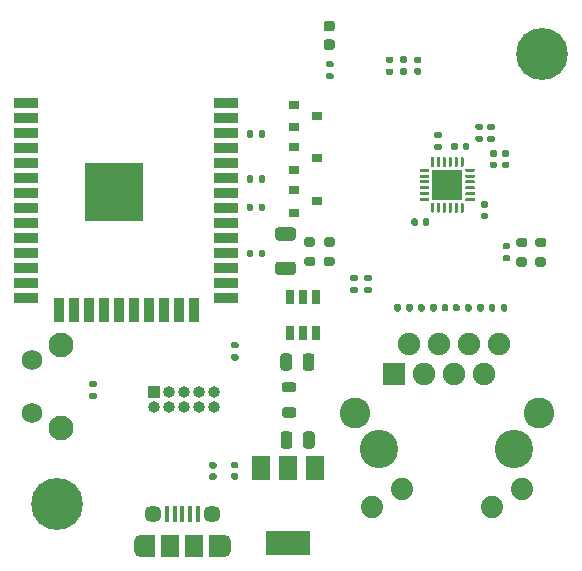
<source format=gbr>
G04 #@! TF.GenerationSoftware,KiCad,Pcbnew,(5.1.7)-1*
G04 #@! TF.CreationDate,2021-04-06T08:46:45-07:00*
G04 #@! TF.ProjectId,EsperDNS,45737065-7244-44e5-932e-6b696361645f,rev?*
G04 #@! TF.SameCoordinates,Original*
G04 #@! TF.FileFunction,Soldermask,Top*
G04 #@! TF.FilePolarity,Negative*
%FSLAX46Y46*%
G04 Gerber Fmt 4.6, Leading zero omitted, Abs format (unit mm)*
G04 Created by KiCad (PCBNEW (5.1.7)-1) date 2021-04-06 08:46:45*
%MOMM*%
%LPD*%
G01*
G04 APERTURE LIST*
%ADD10O,1.000000X1.000000*%
%ADD11R,1.000000X1.000000*%
%ADD12R,1.200000X1.900000*%
%ADD13O,1.200000X1.900000*%
%ADD14R,1.500000X1.900000*%
%ADD15C,1.450000*%
%ADD16R,0.400000X1.350000*%
%ADD17R,2.600000X2.600000*%
%ADD18R,2.000000X0.900000*%
%ADD19R,0.900000X2.000000*%
%ADD20R,5.000000X5.000000*%
%ADD21R,1.500000X2.000000*%
%ADD22R,3.800000X2.000000*%
%ADD23C,2.100000*%
%ADD24C,1.750000*%
%ADD25R,0.900000X0.800000*%
%ADD26C,3.250000*%
%ADD27C,2.600000*%
%ADD28C,1.890000*%
%ADD29C,1.900000*%
%ADD30R,1.900000X1.900000*%
%ADD31C,4.400000*%
%ADD32R,0.700000X1.300000*%
G04 APERTURE END LIST*
D10*
X-7220000Y-10770000D03*
X-7220000Y-9500000D03*
X-8490000Y-10770000D03*
X-8490000Y-9500000D03*
X-9760000Y-10770000D03*
X-9760000Y-9500000D03*
X-11030000Y-10770000D03*
X-11030000Y-9500000D03*
X-12300000Y-10770000D03*
D11*
X-12300000Y-9500000D03*
D12*
X-12850000Y-22587500D03*
X-7050000Y-22587500D03*
D13*
X-6450000Y-22587500D03*
X-13450000Y-22587500D03*
D14*
X-10950000Y-22587500D03*
D15*
X-7450000Y-19887500D03*
D16*
X-9950000Y-19887500D03*
X-9300000Y-19887500D03*
X-8650000Y-19887500D03*
X-11250000Y-19887500D03*
X-10600000Y-19887500D03*
D15*
X-12450000Y-19887500D03*
D14*
X-8950000Y-22587500D03*
G36*
G01*
X250000Y-7475000D02*
X250000Y-6525000D01*
G75*
G02*
X500000Y-6275000I250000J0D01*
G01*
X1000000Y-6275000D01*
G75*
G02*
X1250000Y-6525000I0J-250000D01*
G01*
X1250000Y-7475000D01*
G75*
G02*
X1000000Y-7725000I-250000J0D01*
G01*
X500000Y-7725000D01*
G75*
G02*
X250000Y-7475000I0J250000D01*
G01*
G37*
G36*
G01*
X-1650000Y-7475000D02*
X-1650000Y-6525000D01*
G75*
G02*
X-1400000Y-6275000I250000J0D01*
G01*
X-900000Y-6275000D01*
G75*
G02*
X-650000Y-6525000I0J-250000D01*
G01*
X-650000Y-7475000D01*
G75*
G02*
X-900000Y-7725000I-250000J0D01*
G01*
X-1400000Y-7725000D01*
G75*
G02*
X-1650000Y-7475000I0J250000D01*
G01*
G37*
G36*
G01*
X275000Y-14075000D02*
X275000Y-13125000D01*
G75*
G02*
X525000Y-12875000I250000J0D01*
G01*
X1025000Y-12875000D01*
G75*
G02*
X1275000Y-13125000I0J-250000D01*
G01*
X1275000Y-14075000D01*
G75*
G02*
X1025000Y-14325000I-250000J0D01*
G01*
X525000Y-14325000D01*
G75*
G02*
X275000Y-14075000I0J250000D01*
G01*
G37*
G36*
G01*
X-1625000Y-14075000D02*
X-1625000Y-13125000D01*
G75*
G02*
X-1375000Y-12875000I250000J0D01*
G01*
X-875000Y-12875000D01*
G75*
G02*
X-625000Y-13125000I0J-250000D01*
G01*
X-625000Y-14075000D01*
G75*
G02*
X-875000Y-14325000I-250000J0D01*
G01*
X-1375000Y-14325000D01*
G75*
G02*
X-1625000Y-14075000I0J250000D01*
G01*
G37*
G36*
G01*
X19075000Y2735000D02*
X18525000Y2735000D01*
G75*
G02*
X18325000Y2935000I0J200000D01*
G01*
X18325000Y3335000D01*
G75*
G02*
X18525000Y3535000I200000J0D01*
G01*
X19075000Y3535000D01*
G75*
G02*
X19275000Y3335000I0J-200000D01*
G01*
X19275000Y2935000D01*
G75*
G02*
X19075000Y2735000I-200000J0D01*
G01*
G37*
G36*
G01*
X19075000Y1085000D02*
X18525000Y1085000D01*
G75*
G02*
X18325000Y1285000I0J200000D01*
G01*
X18325000Y1685000D01*
G75*
G02*
X18525000Y1885000I200000J0D01*
G01*
X19075000Y1885000D01*
G75*
G02*
X19275000Y1685000I0J-200000D01*
G01*
X19275000Y1285000D01*
G75*
G02*
X19075000Y1085000I-200000J0D01*
G01*
G37*
G36*
G01*
X20125000Y1875000D02*
X20675000Y1875000D01*
G75*
G02*
X20875000Y1675000I0J-200000D01*
G01*
X20875000Y1275000D01*
G75*
G02*
X20675000Y1075000I-200000J0D01*
G01*
X20125000Y1075000D01*
G75*
G02*
X19925000Y1275000I0J200000D01*
G01*
X19925000Y1675000D01*
G75*
G02*
X20125000Y1875000I200000J0D01*
G01*
G37*
G36*
G01*
X20125000Y3525000D02*
X20675000Y3525000D01*
G75*
G02*
X20875000Y3325000I0J-200000D01*
G01*
X20875000Y2925000D01*
G75*
G02*
X20675000Y2725000I-200000J0D01*
G01*
X20125000Y2725000D01*
G75*
G02*
X19925000Y2925000I0J200000D01*
G01*
X19925000Y3325000D01*
G75*
G02*
X20125000Y3525000I200000J0D01*
G01*
G37*
G36*
G01*
X-1281250Y-10825000D02*
X-518750Y-10825000D01*
G75*
G02*
X-300000Y-11043750I0J-218750D01*
G01*
X-300000Y-11481250D01*
G75*
G02*
X-518750Y-11700000I-218750J0D01*
G01*
X-1281250Y-11700000D01*
G75*
G02*
X-1500000Y-11481250I0J218750D01*
G01*
X-1500000Y-11043750D01*
G75*
G02*
X-1281250Y-10825000I218750J0D01*
G01*
G37*
G36*
G01*
X-1281250Y-8700000D02*
X-518750Y-8700000D01*
G75*
G02*
X-300000Y-8918750I0J-218750D01*
G01*
X-300000Y-9356250D01*
G75*
G02*
X-518750Y-9575000I-218750J0D01*
G01*
X-1281250Y-9575000D01*
G75*
G02*
X-1500000Y-9356250I0J218750D01*
G01*
X-1500000Y-8918750D01*
G75*
G02*
X-1281250Y-8700000I218750J0D01*
G01*
G37*
G36*
G01*
X-3940000Y2385000D02*
X-3940000Y2015000D01*
G75*
G02*
X-4075000Y1880000I-135000J0D01*
G01*
X-4345000Y1880000D01*
G75*
G02*
X-4480000Y2015000I0J135000D01*
G01*
X-4480000Y2385000D01*
G75*
G02*
X-4345000Y2520000I135000J0D01*
G01*
X-4075000Y2520000D01*
G75*
G02*
X-3940000Y2385000I0J-135000D01*
G01*
G37*
G36*
G01*
X-2920000Y2385000D02*
X-2920000Y2015000D01*
G75*
G02*
X-3055000Y1880000I-135000J0D01*
G01*
X-3325000Y1880000D01*
G75*
G02*
X-3460000Y2015000I0J135000D01*
G01*
X-3460000Y2385000D01*
G75*
G02*
X-3325000Y2520000I135000J0D01*
G01*
X-3055000Y2520000D01*
G75*
G02*
X-2920000Y2385000I0J-135000D01*
G01*
G37*
D17*
X12500000Y8000000D03*
G36*
G01*
X13875000Y6412500D02*
X13875000Y5712500D01*
G75*
G02*
X13812500Y5650000I-62500J0D01*
G01*
X13687500Y5650000D01*
G75*
G02*
X13625000Y5712500I0J62500D01*
G01*
X13625000Y6412500D01*
G75*
G02*
X13687500Y6475000I62500J0D01*
G01*
X13812500Y6475000D01*
G75*
G02*
X13875000Y6412500I0J-62500D01*
G01*
G37*
G36*
G01*
X13375000Y6412500D02*
X13375000Y5712500D01*
G75*
G02*
X13312500Y5650000I-62500J0D01*
G01*
X13187500Y5650000D01*
G75*
G02*
X13125000Y5712500I0J62500D01*
G01*
X13125000Y6412500D01*
G75*
G02*
X13187500Y6475000I62500J0D01*
G01*
X13312500Y6475000D01*
G75*
G02*
X13375000Y6412500I0J-62500D01*
G01*
G37*
G36*
G01*
X12875000Y6412500D02*
X12875000Y5712500D01*
G75*
G02*
X12812500Y5650000I-62500J0D01*
G01*
X12687500Y5650000D01*
G75*
G02*
X12625000Y5712500I0J62500D01*
G01*
X12625000Y6412500D01*
G75*
G02*
X12687500Y6475000I62500J0D01*
G01*
X12812500Y6475000D01*
G75*
G02*
X12875000Y6412500I0J-62500D01*
G01*
G37*
G36*
G01*
X12375000Y6412500D02*
X12375000Y5712500D01*
G75*
G02*
X12312500Y5650000I-62500J0D01*
G01*
X12187500Y5650000D01*
G75*
G02*
X12125000Y5712500I0J62500D01*
G01*
X12125000Y6412500D01*
G75*
G02*
X12187500Y6475000I62500J0D01*
G01*
X12312500Y6475000D01*
G75*
G02*
X12375000Y6412500I0J-62500D01*
G01*
G37*
G36*
G01*
X11875000Y6412500D02*
X11875000Y5712500D01*
G75*
G02*
X11812500Y5650000I-62500J0D01*
G01*
X11687500Y5650000D01*
G75*
G02*
X11625000Y5712500I0J62500D01*
G01*
X11625000Y6412500D01*
G75*
G02*
X11687500Y6475000I62500J0D01*
G01*
X11812500Y6475000D01*
G75*
G02*
X11875000Y6412500I0J-62500D01*
G01*
G37*
G36*
G01*
X11375000Y6412500D02*
X11375000Y5712500D01*
G75*
G02*
X11312500Y5650000I-62500J0D01*
G01*
X11187500Y5650000D01*
G75*
G02*
X11125000Y5712500I0J62500D01*
G01*
X11125000Y6412500D01*
G75*
G02*
X11187500Y6475000I62500J0D01*
G01*
X11312500Y6475000D01*
G75*
G02*
X11375000Y6412500I0J-62500D01*
G01*
G37*
G36*
G01*
X10975000Y6812500D02*
X10975000Y6687500D01*
G75*
G02*
X10912500Y6625000I-62500J0D01*
G01*
X10212500Y6625000D01*
G75*
G02*
X10150000Y6687500I0J62500D01*
G01*
X10150000Y6812500D01*
G75*
G02*
X10212500Y6875000I62500J0D01*
G01*
X10912500Y6875000D01*
G75*
G02*
X10975000Y6812500I0J-62500D01*
G01*
G37*
G36*
G01*
X10975000Y7312500D02*
X10975000Y7187500D01*
G75*
G02*
X10912500Y7125000I-62500J0D01*
G01*
X10212500Y7125000D01*
G75*
G02*
X10150000Y7187500I0J62500D01*
G01*
X10150000Y7312500D01*
G75*
G02*
X10212500Y7375000I62500J0D01*
G01*
X10912500Y7375000D01*
G75*
G02*
X10975000Y7312500I0J-62500D01*
G01*
G37*
G36*
G01*
X10975000Y7812500D02*
X10975000Y7687500D01*
G75*
G02*
X10912500Y7625000I-62500J0D01*
G01*
X10212500Y7625000D01*
G75*
G02*
X10150000Y7687500I0J62500D01*
G01*
X10150000Y7812500D01*
G75*
G02*
X10212500Y7875000I62500J0D01*
G01*
X10912500Y7875000D01*
G75*
G02*
X10975000Y7812500I0J-62500D01*
G01*
G37*
G36*
G01*
X10975000Y8312500D02*
X10975000Y8187500D01*
G75*
G02*
X10912500Y8125000I-62500J0D01*
G01*
X10212500Y8125000D01*
G75*
G02*
X10150000Y8187500I0J62500D01*
G01*
X10150000Y8312500D01*
G75*
G02*
X10212500Y8375000I62500J0D01*
G01*
X10912500Y8375000D01*
G75*
G02*
X10975000Y8312500I0J-62500D01*
G01*
G37*
G36*
G01*
X10975000Y8812500D02*
X10975000Y8687500D01*
G75*
G02*
X10912500Y8625000I-62500J0D01*
G01*
X10212500Y8625000D01*
G75*
G02*
X10150000Y8687500I0J62500D01*
G01*
X10150000Y8812500D01*
G75*
G02*
X10212500Y8875000I62500J0D01*
G01*
X10912500Y8875000D01*
G75*
G02*
X10975000Y8812500I0J-62500D01*
G01*
G37*
G36*
G01*
X10975000Y9312500D02*
X10975000Y9187500D01*
G75*
G02*
X10912500Y9125000I-62500J0D01*
G01*
X10212500Y9125000D01*
G75*
G02*
X10150000Y9187500I0J62500D01*
G01*
X10150000Y9312500D01*
G75*
G02*
X10212500Y9375000I62500J0D01*
G01*
X10912500Y9375000D01*
G75*
G02*
X10975000Y9312500I0J-62500D01*
G01*
G37*
G36*
G01*
X11375000Y10287500D02*
X11375000Y9587500D01*
G75*
G02*
X11312500Y9525000I-62500J0D01*
G01*
X11187500Y9525000D01*
G75*
G02*
X11125000Y9587500I0J62500D01*
G01*
X11125000Y10287500D01*
G75*
G02*
X11187500Y10350000I62500J0D01*
G01*
X11312500Y10350000D01*
G75*
G02*
X11375000Y10287500I0J-62500D01*
G01*
G37*
G36*
G01*
X11875000Y10287500D02*
X11875000Y9587500D01*
G75*
G02*
X11812500Y9525000I-62500J0D01*
G01*
X11687500Y9525000D01*
G75*
G02*
X11625000Y9587500I0J62500D01*
G01*
X11625000Y10287500D01*
G75*
G02*
X11687500Y10350000I62500J0D01*
G01*
X11812500Y10350000D01*
G75*
G02*
X11875000Y10287500I0J-62500D01*
G01*
G37*
G36*
G01*
X12375000Y10287500D02*
X12375000Y9587500D01*
G75*
G02*
X12312500Y9525000I-62500J0D01*
G01*
X12187500Y9525000D01*
G75*
G02*
X12125000Y9587500I0J62500D01*
G01*
X12125000Y10287500D01*
G75*
G02*
X12187500Y10350000I62500J0D01*
G01*
X12312500Y10350000D01*
G75*
G02*
X12375000Y10287500I0J-62500D01*
G01*
G37*
G36*
G01*
X12875000Y10287500D02*
X12875000Y9587500D01*
G75*
G02*
X12812500Y9525000I-62500J0D01*
G01*
X12687500Y9525000D01*
G75*
G02*
X12625000Y9587500I0J62500D01*
G01*
X12625000Y10287500D01*
G75*
G02*
X12687500Y10350000I62500J0D01*
G01*
X12812500Y10350000D01*
G75*
G02*
X12875000Y10287500I0J-62500D01*
G01*
G37*
G36*
G01*
X13375000Y10287500D02*
X13375000Y9587500D01*
G75*
G02*
X13312500Y9525000I-62500J0D01*
G01*
X13187500Y9525000D01*
G75*
G02*
X13125000Y9587500I0J62500D01*
G01*
X13125000Y10287500D01*
G75*
G02*
X13187500Y10350000I62500J0D01*
G01*
X13312500Y10350000D01*
G75*
G02*
X13375000Y10287500I0J-62500D01*
G01*
G37*
G36*
G01*
X13875000Y10287500D02*
X13875000Y9587500D01*
G75*
G02*
X13812500Y9525000I-62500J0D01*
G01*
X13687500Y9525000D01*
G75*
G02*
X13625000Y9587500I0J62500D01*
G01*
X13625000Y10287500D01*
G75*
G02*
X13687500Y10350000I62500J0D01*
G01*
X13812500Y10350000D01*
G75*
G02*
X13875000Y10287500I0J-62500D01*
G01*
G37*
G36*
G01*
X14850000Y9312500D02*
X14850000Y9187500D01*
G75*
G02*
X14787500Y9125000I-62500J0D01*
G01*
X14087500Y9125000D01*
G75*
G02*
X14025000Y9187500I0J62500D01*
G01*
X14025000Y9312500D01*
G75*
G02*
X14087500Y9375000I62500J0D01*
G01*
X14787500Y9375000D01*
G75*
G02*
X14850000Y9312500I0J-62500D01*
G01*
G37*
G36*
G01*
X14850000Y8812500D02*
X14850000Y8687500D01*
G75*
G02*
X14787500Y8625000I-62500J0D01*
G01*
X14087500Y8625000D01*
G75*
G02*
X14025000Y8687500I0J62500D01*
G01*
X14025000Y8812500D01*
G75*
G02*
X14087500Y8875000I62500J0D01*
G01*
X14787500Y8875000D01*
G75*
G02*
X14850000Y8812500I0J-62500D01*
G01*
G37*
G36*
G01*
X14850000Y8312500D02*
X14850000Y8187500D01*
G75*
G02*
X14787500Y8125000I-62500J0D01*
G01*
X14087500Y8125000D01*
G75*
G02*
X14025000Y8187500I0J62500D01*
G01*
X14025000Y8312500D01*
G75*
G02*
X14087500Y8375000I62500J0D01*
G01*
X14787500Y8375000D01*
G75*
G02*
X14850000Y8312500I0J-62500D01*
G01*
G37*
G36*
G01*
X14850000Y7812500D02*
X14850000Y7687500D01*
G75*
G02*
X14787500Y7625000I-62500J0D01*
G01*
X14087500Y7625000D01*
G75*
G02*
X14025000Y7687500I0J62500D01*
G01*
X14025000Y7812500D01*
G75*
G02*
X14087500Y7875000I62500J0D01*
G01*
X14787500Y7875000D01*
G75*
G02*
X14850000Y7812500I0J-62500D01*
G01*
G37*
G36*
G01*
X14850000Y7312500D02*
X14850000Y7187500D01*
G75*
G02*
X14787500Y7125000I-62500J0D01*
G01*
X14087500Y7125000D01*
G75*
G02*
X14025000Y7187500I0J62500D01*
G01*
X14025000Y7312500D01*
G75*
G02*
X14087500Y7375000I62500J0D01*
G01*
X14787500Y7375000D01*
G75*
G02*
X14850000Y7312500I0J-62500D01*
G01*
G37*
G36*
G01*
X14850000Y6812500D02*
X14850000Y6687500D01*
G75*
G02*
X14787500Y6625000I-62500J0D01*
G01*
X14087500Y6625000D01*
G75*
G02*
X14025000Y6687500I0J62500D01*
G01*
X14025000Y6812500D01*
G75*
G02*
X14087500Y6875000I62500J0D01*
G01*
X14787500Y6875000D01*
G75*
G02*
X14850000Y6812500I0J-62500D01*
G01*
G37*
D18*
X-6200000Y14900000D03*
X-6200000Y13630000D03*
X-6200000Y12360000D03*
X-6200000Y11090000D03*
X-6200000Y9820000D03*
X-6200000Y8550000D03*
X-6200000Y7280000D03*
X-6200000Y6010000D03*
X-6200000Y4740000D03*
X-6200000Y3470000D03*
X-6200000Y2200000D03*
X-6200000Y930000D03*
X-6200000Y-340000D03*
X-6200000Y-1610000D03*
D19*
X-8985000Y-2610000D03*
X-10255000Y-2610000D03*
X-11525000Y-2610000D03*
X-12795000Y-2610000D03*
X-14065000Y-2610000D03*
X-15335000Y-2610000D03*
X-16605000Y-2610000D03*
X-17875000Y-2610000D03*
X-19145000Y-2610000D03*
X-20415000Y-2610000D03*
D18*
X-23200000Y-1610000D03*
X-23200000Y-340000D03*
X-23200000Y930000D03*
X-23200000Y2200000D03*
X-23200000Y3470000D03*
X-23200000Y4740000D03*
X-23200000Y6010000D03*
X-23200000Y7280000D03*
X-23200000Y8550000D03*
X-23200000Y9820000D03*
X-23200000Y11090000D03*
X-23200000Y12360000D03*
X-23200000Y13630000D03*
X-23200000Y14900000D03*
D20*
X-15700000Y7400000D03*
D21*
X1300000Y-16000000D03*
X-3300000Y-16000000D03*
X-1000000Y-16000000D03*
D22*
X-1000000Y-22300000D03*
D23*
X-20210000Y-12550000D03*
D24*
X-22700000Y-11300000D03*
X-22700000Y-6800000D03*
D23*
X-20210000Y-5540000D03*
G36*
G01*
X8985000Y18340000D02*
X8615000Y18340000D01*
G75*
G02*
X8480000Y18475000I0J135000D01*
G01*
X8480000Y18745000D01*
G75*
G02*
X8615000Y18880000I135000J0D01*
G01*
X8985000Y18880000D01*
G75*
G02*
X9120000Y18745000I0J-135000D01*
G01*
X9120000Y18475000D01*
G75*
G02*
X8985000Y18340000I-135000J0D01*
G01*
G37*
G36*
G01*
X8985000Y17320000D02*
X8615000Y17320000D01*
G75*
G02*
X8480000Y17455000I0J135000D01*
G01*
X8480000Y17725000D01*
G75*
G02*
X8615000Y17860000I135000J0D01*
G01*
X8985000Y17860000D01*
G75*
G02*
X9120000Y17725000I0J-135000D01*
G01*
X9120000Y17455000D01*
G75*
G02*
X8985000Y17320000I-135000J0D01*
G01*
G37*
G36*
G01*
X17315000Y2060000D02*
X17685000Y2060000D01*
G75*
G02*
X17820000Y1925000I0J-135000D01*
G01*
X17820000Y1655000D01*
G75*
G02*
X17685000Y1520000I-135000J0D01*
G01*
X17315000Y1520000D01*
G75*
G02*
X17180000Y1655000I0J135000D01*
G01*
X17180000Y1925000D01*
G75*
G02*
X17315000Y2060000I135000J0D01*
G01*
G37*
G36*
G01*
X17315000Y3080000D02*
X17685000Y3080000D01*
G75*
G02*
X17820000Y2945000I0J-135000D01*
G01*
X17820000Y2675000D01*
G75*
G02*
X17685000Y2540000I-135000J0D01*
G01*
X17315000Y2540000D01*
G75*
G02*
X17180000Y2675000I0J135000D01*
G01*
X17180000Y2945000D01*
G75*
G02*
X17315000Y3080000I135000J0D01*
G01*
G37*
G36*
G01*
X11885000Y11950000D02*
X11515000Y11950000D01*
G75*
G02*
X11380000Y12085000I0J135000D01*
G01*
X11380000Y12355000D01*
G75*
G02*
X11515000Y12490000I135000J0D01*
G01*
X11885000Y12490000D01*
G75*
G02*
X12020000Y12355000I0J-135000D01*
G01*
X12020000Y12085000D01*
G75*
G02*
X11885000Y11950000I-135000J0D01*
G01*
G37*
G36*
G01*
X11885000Y10930000D02*
X11515000Y10930000D01*
G75*
G02*
X11380000Y11065000I0J135000D01*
G01*
X11380000Y11335000D01*
G75*
G02*
X11515000Y11470000I135000J0D01*
G01*
X11885000Y11470000D01*
G75*
G02*
X12020000Y11335000I0J-135000D01*
G01*
X12020000Y11065000D01*
G75*
G02*
X11885000Y10930000I-135000J0D01*
G01*
G37*
G36*
G01*
X16385000Y12650000D02*
X16015000Y12650000D01*
G75*
G02*
X15880000Y12785000I0J135000D01*
G01*
X15880000Y13055000D01*
G75*
G02*
X16015000Y13190000I135000J0D01*
G01*
X16385000Y13190000D01*
G75*
G02*
X16520000Y13055000I0J-135000D01*
G01*
X16520000Y12785000D01*
G75*
G02*
X16385000Y12650000I-135000J0D01*
G01*
G37*
G36*
G01*
X16385000Y11630000D02*
X16015000Y11630000D01*
G75*
G02*
X15880000Y11765000I0J135000D01*
G01*
X15880000Y12035000D01*
G75*
G02*
X16015000Y12170000I135000J0D01*
G01*
X16385000Y12170000D01*
G75*
G02*
X16520000Y12035000I0J-135000D01*
G01*
X16520000Y11765000D01*
G75*
G02*
X16385000Y11630000I-135000J0D01*
G01*
G37*
G36*
G01*
X15385000Y12650000D02*
X15015000Y12650000D01*
G75*
G02*
X14880000Y12785000I0J135000D01*
G01*
X14880000Y13055000D01*
G75*
G02*
X15015000Y13190000I135000J0D01*
G01*
X15385000Y13190000D01*
G75*
G02*
X15520000Y13055000I0J-135000D01*
G01*
X15520000Y12785000D01*
G75*
G02*
X15385000Y12650000I-135000J0D01*
G01*
G37*
G36*
G01*
X15385000Y11630000D02*
X15015000Y11630000D01*
G75*
G02*
X14880000Y11765000I0J135000D01*
G01*
X14880000Y12035000D01*
G75*
G02*
X15015000Y12170000I135000J0D01*
G01*
X15385000Y12170000D01*
G75*
G02*
X15520000Y12035000I0J-135000D01*
G01*
X15520000Y11765000D01*
G75*
G02*
X15385000Y11630000I-135000J0D01*
G01*
G37*
G36*
G01*
X15030000Y-2585000D02*
X15030000Y-2215000D01*
G75*
G02*
X15165000Y-2080000I135000J0D01*
G01*
X15435000Y-2080000D01*
G75*
G02*
X15570000Y-2215000I0J-135000D01*
G01*
X15570000Y-2585000D01*
G75*
G02*
X15435000Y-2720000I-135000J0D01*
G01*
X15165000Y-2720000D01*
G75*
G02*
X15030000Y-2585000I0J135000D01*
G01*
G37*
G36*
G01*
X14010000Y-2585000D02*
X14010000Y-2215000D01*
G75*
G02*
X14145000Y-2080000I135000J0D01*
G01*
X14415000Y-2080000D01*
G75*
G02*
X14550000Y-2215000I0J-135000D01*
G01*
X14550000Y-2585000D01*
G75*
G02*
X14415000Y-2720000I-135000J0D01*
G01*
X14145000Y-2720000D01*
G75*
G02*
X14010000Y-2585000I0J135000D01*
G01*
G37*
G36*
G01*
X16570000Y-2215000D02*
X16570000Y-2585000D01*
G75*
G02*
X16435000Y-2720000I-135000J0D01*
G01*
X16165000Y-2720000D01*
G75*
G02*
X16030000Y-2585000I0J135000D01*
G01*
X16030000Y-2215000D01*
G75*
G02*
X16165000Y-2080000I135000J0D01*
G01*
X16435000Y-2080000D01*
G75*
G02*
X16570000Y-2215000I0J-135000D01*
G01*
G37*
G36*
G01*
X17590000Y-2215000D02*
X17590000Y-2585000D01*
G75*
G02*
X17455000Y-2720000I-135000J0D01*
G01*
X17185000Y-2720000D01*
G75*
G02*
X17050000Y-2585000I0J135000D01*
G01*
X17050000Y-2215000D01*
G75*
G02*
X17185000Y-2080000I135000J0D01*
G01*
X17455000Y-2080000D01*
G75*
G02*
X17590000Y-2215000I0J-135000D01*
G01*
G37*
G36*
G01*
X9030000Y-2585000D02*
X9030000Y-2215000D01*
G75*
G02*
X9165000Y-2080000I135000J0D01*
G01*
X9435000Y-2080000D01*
G75*
G02*
X9570000Y-2215000I0J-135000D01*
G01*
X9570000Y-2585000D01*
G75*
G02*
X9435000Y-2720000I-135000J0D01*
G01*
X9165000Y-2720000D01*
G75*
G02*
X9030000Y-2585000I0J135000D01*
G01*
G37*
G36*
G01*
X8010000Y-2585000D02*
X8010000Y-2215000D01*
G75*
G02*
X8145000Y-2080000I135000J0D01*
G01*
X8415000Y-2080000D01*
G75*
G02*
X8550000Y-2215000I0J-135000D01*
G01*
X8550000Y-2585000D01*
G75*
G02*
X8415000Y-2720000I-135000J0D01*
G01*
X8145000Y-2720000D01*
G75*
G02*
X8010000Y-2585000I0J135000D01*
G01*
G37*
G36*
G01*
X10570000Y-2215000D02*
X10570000Y-2585000D01*
G75*
G02*
X10435000Y-2720000I-135000J0D01*
G01*
X10165000Y-2720000D01*
G75*
G02*
X10030000Y-2585000I0J135000D01*
G01*
X10030000Y-2215000D01*
G75*
G02*
X10165000Y-2080000I135000J0D01*
G01*
X10435000Y-2080000D01*
G75*
G02*
X10570000Y-2215000I0J-135000D01*
G01*
G37*
G36*
G01*
X11590000Y-2215000D02*
X11590000Y-2585000D01*
G75*
G02*
X11455000Y-2720000I-135000J0D01*
G01*
X11185000Y-2720000D01*
G75*
G02*
X11050000Y-2585000I0J135000D01*
G01*
X11050000Y-2215000D01*
G75*
G02*
X11185000Y-2080000I135000J0D01*
G01*
X11455000Y-2080000D01*
G75*
G02*
X11590000Y-2215000I0J-135000D01*
G01*
G37*
G36*
G01*
X4785000Y-170000D02*
X4415000Y-170000D01*
G75*
G02*
X4280000Y-35000I0J135000D01*
G01*
X4280000Y235000D01*
G75*
G02*
X4415000Y370000I135000J0D01*
G01*
X4785000Y370000D01*
G75*
G02*
X4920000Y235000I0J-135000D01*
G01*
X4920000Y-35000D01*
G75*
G02*
X4785000Y-170000I-135000J0D01*
G01*
G37*
G36*
G01*
X4785000Y-1190000D02*
X4415000Y-1190000D01*
G75*
G02*
X4280000Y-1055000I0J135000D01*
G01*
X4280000Y-785000D01*
G75*
G02*
X4415000Y-650000I135000J0D01*
G01*
X4785000Y-650000D01*
G75*
G02*
X4920000Y-785000I0J-135000D01*
G01*
X4920000Y-1055000D01*
G75*
G02*
X4785000Y-1190000I-135000J0D01*
G01*
G37*
G36*
G01*
X5985000Y-160000D02*
X5615000Y-160000D01*
G75*
G02*
X5480000Y-25000I0J135000D01*
G01*
X5480000Y245000D01*
G75*
G02*
X5615000Y380000I135000J0D01*
G01*
X5985000Y380000D01*
G75*
G02*
X6120000Y245000I0J-135000D01*
G01*
X6120000Y-25000D01*
G75*
G02*
X5985000Y-160000I-135000J0D01*
G01*
G37*
G36*
G01*
X5985000Y-1180000D02*
X5615000Y-1180000D01*
G75*
G02*
X5480000Y-1045000I0J135000D01*
G01*
X5480000Y-775000D01*
G75*
G02*
X5615000Y-640000I135000J0D01*
G01*
X5985000Y-640000D01*
G75*
G02*
X6120000Y-775000I0J-135000D01*
G01*
X6120000Y-1045000D01*
G75*
G02*
X5985000Y-1180000I-135000J0D01*
G01*
G37*
G36*
G01*
X7415000Y17850000D02*
X7785000Y17850000D01*
G75*
G02*
X7920000Y17715000I0J-135000D01*
G01*
X7920000Y17445000D01*
G75*
G02*
X7785000Y17310000I-135000J0D01*
G01*
X7415000Y17310000D01*
G75*
G02*
X7280000Y17445000I0J135000D01*
G01*
X7280000Y17715000D01*
G75*
G02*
X7415000Y17850000I135000J0D01*
G01*
G37*
G36*
G01*
X7415000Y18870000D02*
X7785000Y18870000D01*
G75*
G02*
X7920000Y18735000I0J-135000D01*
G01*
X7920000Y18465000D01*
G75*
G02*
X7785000Y18330000I-135000J0D01*
G01*
X7415000Y18330000D01*
G75*
G02*
X7280000Y18465000I0J135000D01*
G01*
X7280000Y18735000D01*
G75*
G02*
X7415000Y18870000I135000J0D01*
G01*
G37*
G36*
G01*
X-3470000Y12115000D02*
X-3470000Y12485000D01*
G75*
G02*
X-3335000Y12620000I135000J0D01*
G01*
X-3065000Y12620000D01*
G75*
G02*
X-2930000Y12485000I0J-135000D01*
G01*
X-2930000Y12115000D01*
G75*
G02*
X-3065000Y11980000I-135000J0D01*
G01*
X-3335000Y11980000D01*
G75*
G02*
X-3470000Y12115000I0J135000D01*
G01*
G37*
G36*
G01*
X-4490000Y12115000D02*
X-4490000Y12485000D01*
G75*
G02*
X-4355000Y12620000I135000J0D01*
G01*
X-4085000Y12620000D01*
G75*
G02*
X-3950000Y12485000I0J-135000D01*
G01*
X-3950000Y12115000D01*
G75*
G02*
X-4085000Y11980000I-135000J0D01*
G01*
X-4355000Y11980000D01*
G75*
G02*
X-4490000Y12115000I0J135000D01*
G01*
G37*
G36*
G01*
X-17315000Y-9110000D02*
X-17685000Y-9110000D01*
G75*
G02*
X-17820000Y-8975000I0J135000D01*
G01*
X-17820000Y-8705000D01*
G75*
G02*
X-17685000Y-8570000I135000J0D01*
G01*
X-17315000Y-8570000D01*
G75*
G02*
X-17180000Y-8705000I0J-135000D01*
G01*
X-17180000Y-8975000D01*
G75*
G02*
X-17315000Y-9110000I-135000J0D01*
G01*
G37*
G36*
G01*
X-17315000Y-10130000D02*
X-17685000Y-10130000D01*
G75*
G02*
X-17820000Y-9995000I0J135000D01*
G01*
X-17820000Y-9725000D01*
G75*
G02*
X-17685000Y-9590000I135000J0D01*
G01*
X-17315000Y-9590000D01*
G75*
G02*
X-17180000Y-9725000I0J-135000D01*
G01*
X-17180000Y-9995000D01*
G75*
G02*
X-17315000Y-10130000I-135000J0D01*
G01*
G37*
G36*
G01*
X-3460000Y8315000D02*
X-3460000Y8685000D01*
G75*
G02*
X-3325000Y8820000I135000J0D01*
G01*
X-3055000Y8820000D01*
G75*
G02*
X-2920000Y8685000I0J-135000D01*
G01*
X-2920000Y8315000D01*
G75*
G02*
X-3055000Y8180000I-135000J0D01*
G01*
X-3325000Y8180000D01*
G75*
G02*
X-3460000Y8315000I0J135000D01*
G01*
G37*
G36*
G01*
X-4480000Y8315000D02*
X-4480000Y8685000D01*
G75*
G02*
X-4345000Y8820000I135000J0D01*
G01*
X-4075000Y8820000D01*
G75*
G02*
X-3940000Y8685000I0J-135000D01*
G01*
X-3940000Y8315000D01*
G75*
G02*
X-4075000Y8180000I-135000J0D01*
G01*
X-4345000Y8180000D01*
G75*
G02*
X-4480000Y8315000I0J135000D01*
G01*
G37*
G36*
G01*
X-3470000Y5915000D02*
X-3470000Y6285000D01*
G75*
G02*
X-3335000Y6420000I135000J0D01*
G01*
X-3065000Y6420000D01*
G75*
G02*
X-2930000Y6285000I0J-135000D01*
G01*
X-2930000Y5915000D01*
G75*
G02*
X-3065000Y5780000I-135000J0D01*
G01*
X-3335000Y5780000D01*
G75*
G02*
X-3470000Y5915000I0J135000D01*
G01*
G37*
G36*
G01*
X-4490000Y5915000D02*
X-4490000Y6285000D01*
G75*
G02*
X-4355000Y6420000I135000J0D01*
G01*
X-4085000Y6420000D01*
G75*
G02*
X-3950000Y6285000I0J-135000D01*
G01*
X-3950000Y5915000D01*
G75*
G02*
X-4085000Y5780000I-135000J0D01*
G01*
X-4355000Y5780000D01*
G75*
G02*
X-4490000Y5915000I0J135000D01*
G01*
G37*
G36*
G01*
X-574998Y3287500D02*
X-1825002Y3287500D01*
G75*
G02*
X-2075000Y3537498I0J249998D01*
G01*
X-2075000Y4162502D01*
G75*
G02*
X-1825002Y4412500I249998J0D01*
G01*
X-574998Y4412500D01*
G75*
G02*
X-325000Y4162502I0J-249998D01*
G01*
X-325000Y3537498D01*
G75*
G02*
X-574998Y3287500I-249998J0D01*
G01*
G37*
G36*
G01*
X-574998Y362500D02*
X-1825002Y362500D01*
G75*
G02*
X-2075000Y612498I0J249998D01*
G01*
X-2075000Y1237502D01*
G75*
G02*
X-1825002Y1487500I249998J0D01*
G01*
X-574998Y1487500D01*
G75*
G02*
X-325000Y1237502I0J-249998D01*
G01*
X-325000Y612498D01*
G75*
G02*
X-574998Y362500I-249998J0D01*
G01*
G37*
G36*
G01*
X1125000Y2750000D02*
X575000Y2750000D01*
G75*
G02*
X375000Y2950000I0J200000D01*
G01*
X375000Y3350000D01*
G75*
G02*
X575000Y3550000I200000J0D01*
G01*
X1125000Y3550000D01*
G75*
G02*
X1325000Y3350000I0J-200000D01*
G01*
X1325000Y2950000D01*
G75*
G02*
X1125000Y2750000I-200000J0D01*
G01*
G37*
G36*
G01*
X1125000Y1100000D02*
X575000Y1100000D01*
G75*
G02*
X375000Y1300000I0J200000D01*
G01*
X375000Y1700000D01*
G75*
G02*
X575000Y1900000I200000J0D01*
G01*
X1125000Y1900000D01*
G75*
G02*
X1325000Y1700000I0J-200000D01*
G01*
X1325000Y1300000D01*
G75*
G02*
X1125000Y1100000I-200000J0D01*
G01*
G37*
G36*
G01*
X2775000Y2750000D02*
X2225000Y2750000D01*
G75*
G02*
X2025000Y2950000I0J200000D01*
G01*
X2025000Y3350000D01*
G75*
G02*
X2225000Y3550000I200000J0D01*
G01*
X2775000Y3550000D01*
G75*
G02*
X2975000Y3350000I0J-200000D01*
G01*
X2975000Y2950000D01*
G75*
G02*
X2775000Y2750000I-200000J0D01*
G01*
G37*
G36*
G01*
X2775000Y1100000D02*
X2225000Y1100000D01*
G75*
G02*
X2025000Y1300000I0J200000D01*
G01*
X2025000Y1700000D01*
G75*
G02*
X2225000Y1900000I200000J0D01*
G01*
X2775000Y1900000D01*
G75*
G02*
X2975000Y1700000I0J-200000D01*
G01*
X2975000Y1300000D01*
G75*
G02*
X2775000Y1100000I-200000J0D01*
G01*
G37*
G36*
G01*
X-5315000Y-5850000D02*
X-5685000Y-5850000D01*
G75*
G02*
X-5820000Y-5715000I0J135000D01*
G01*
X-5820000Y-5445000D01*
G75*
G02*
X-5685000Y-5310000I135000J0D01*
G01*
X-5315000Y-5310000D01*
G75*
G02*
X-5180000Y-5445000I0J-135000D01*
G01*
X-5180000Y-5715000D01*
G75*
G02*
X-5315000Y-5850000I-135000J0D01*
G01*
G37*
G36*
G01*
X-5315000Y-6870000D02*
X-5685000Y-6870000D01*
G75*
G02*
X-5820000Y-6735000I0J135000D01*
G01*
X-5820000Y-6465000D01*
G75*
G02*
X-5685000Y-6330000I135000J0D01*
G01*
X-5315000Y-6330000D01*
G75*
G02*
X-5180000Y-6465000I0J-135000D01*
G01*
X-5180000Y-6735000D01*
G75*
G02*
X-5315000Y-6870000I-135000J0D01*
G01*
G37*
G36*
G01*
X2735000Y17950000D02*
X2365000Y17950000D01*
G75*
G02*
X2230000Y18085000I0J135000D01*
G01*
X2230000Y18355000D01*
G75*
G02*
X2365000Y18490000I135000J0D01*
G01*
X2735000Y18490000D01*
G75*
G02*
X2870000Y18355000I0J-135000D01*
G01*
X2870000Y18085000D01*
G75*
G02*
X2735000Y17950000I-135000J0D01*
G01*
G37*
G36*
G01*
X2735000Y16930000D02*
X2365000Y16930000D01*
G75*
G02*
X2230000Y17065000I0J135000D01*
G01*
X2230000Y17335000D01*
G75*
G02*
X2365000Y17470000I135000J0D01*
G01*
X2735000Y17470000D01*
G75*
G02*
X2870000Y17335000I0J-135000D01*
G01*
X2870000Y17065000D01*
G75*
G02*
X2735000Y16930000I-135000J0D01*
G01*
G37*
D25*
X1500000Y13850000D03*
X-500000Y12900000D03*
X-500000Y14800000D03*
X1500000Y6600000D03*
X-500000Y5650000D03*
X-500000Y7550000D03*
X1500000Y10250000D03*
X-500000Y9300000D03*
X-500000Y11200000D03*
D26*
X18180000Y-14340000D03*
X6750000Y-14340000D03*
D27*
X20240000Y-11290000D03*
X4690000Y-11290000D03*
D28*
X6140000Y-19240000D03*
X8680000Y-17720000D03*
X16250000Y-19240000D03*
X18790000Y-17720000D03*
D29*
X16910000Y-5460000D03*
X15640000Y-8000000D03*
X14370000Y-5460000D03*
X13100000Y-8000000D03*
X11830000Y-5460000D03*
X10560000Y-8000000D03*
X9290000Y-5460000D03*
D30*
X8020000Y-8000000D03*
D31*
X20550000Y19050000D03*
X-20550000Y-19050000D03*
D32*
X1400000Y-4550000D03*
X300000Y-4550000D03*
X-800000Y-4550000D03*
X-800000Y-1450000D03*
X300000Y-1450000D03*
X1400000Y-1450000D03*
G36*
G01*
X2243750Y20312500D02*
X2756250Y20312500D01*
G75*
G02*
X2975000Y20093750I0J-218750D01*
G01*
X2975000Y19656250D01*
G75*
G02*
X2756250Y19437500I-218750J0D01*
G01*
X2243750Y19437500D01*
G75*
G02*
X2025000Y19656250I0J218750D01*
G01*
X2025000Y20093750D01*
G75*
G02*
X2243750Y20312500I218750J0D01*
G01*
G37*
G36*
G01*
X2243750Y21887500D02*
X2756250Y21887500D01*
G75*
G02*
X2975000Y21668750I0J-218750D01*
G01*
X2975000Y21231250D01*
G75*
G02*
X2756250Y21012500I-218750J0D01*
G01*
X2243750Y21012500D01*
G75*
G02*
X2025000Y21231250I0J218750D01*
G01*
X2025000Y21668750D01*
G75*
G02*
X2243750Y21887500I218750J0D01*
G01*
G37*
G36*
G01*
X12980000Y-2570000D02*
X12980000Y-2230000D01*
G75*
G02*
X13120000Y-2090000I140000J0D01*
G01*
X13400000Y-2090000D01*
G75*
G02*
X13540000Y-2230000I0J-140000D01*
G01*
X13540000Y-2570000D01*
G75*
G02*
X13400000Y-2710000I-140000J0D01*
G01*
X13120000Y-2710000D01*
G75*
G02*
X12980000Y-2570000I0J140000D01*
G01*
G37*
G36*
G01*
X12020000Y-2570000D02*
X12020000Y-2230000D01*
G75*
G02*
X12160000Y-2090000I140000J0D01*
G01*
X12440000Y-2090000D01*
G75*
G02*
X12580000Y-2230000I0J-140000D01*
G01*
X12580000Y-2570000D01*
G75*
G02*
X12440000Y-2710000I-140000J0D01*
G01*
X12160000Y-2710000D01*
G75*
G02*
X12020000Y-2570000I0J140000D01*
G01*
G37*
G36*
G01*
X17620000Y10380000D02*
X17280000Y10380000D01*
G75*
G02*
X17140000Y10520000I0J140000D01*
G01*
X17140000Y10800000D01*
G75*
G02*
X17280000Y10940000I140000J0D01*
G01*
X17620000Y10940000D01*
G75*
G02*
X17760000Y10800000I0J-140000D01*
G01*
X17760000Y10520000D01*
G75*
G02*
X17620000Y10380000I-140000J0D01*
G01*
G37*
G36*
G01*
X17620000Y9420000D02*
X17280000Y9420000D01*
G75*
G02*
X17140000Y9560000I0J140000D01*
G01*
X17140000Y9840000D01*
G75*
G02*
X17280000Y9980000I140000J0D01*
G01*
X17620000Y9980000D01*
G75*
G02*
X17760000Y9840000I0J-140000D01*
G01*
X17760000Y9560000D01*
G75*
G02*
X17620000Y9420000I-140000J0D01*
G01*
G37*
G36*
G01*
X16570000Y10380000D02*
X16230000Y10380000D01*
G75*
G02*
X16090000Y10520000I0J140000D01*
G01*
X16090000Y10800000D01*
G75*
G02*
X16230000Y10940000I140000J0D01*
G01*
X16570000Y10940000D01*
G75*
G02*
X16710000Y10800000I0J-140000D01*
G01*
X16710000Y10520000D01*
G75*
G02*
X16570000Y10380000I-140000J0D01*
G01*
G37*
G36*
G01*
X16570000Y9420000D02*
X16230000Y9420000D01*
G75*
G02*
X16090000Y9560000I0J140000D01*
G01*
X16090000Y9840000D01*
G75*
G02*
X16230000Y9980000I140000J0D01*
G01*
X16570000Y9980000D01*
G75*
G02*
X16710000Y9840000I0J-140000D01*
G01*
X16710000Y9560000D01*
G75*
G02*
X16570000Y9420000I-140000J0D01*
G01*
G37*
G36*
G01*
X13800000Y11080000D02*
X13800000Y11420000D01*
G75*
G02*
X13940000Y11560000I140000J0D01*
G01*
X14220000Y11560000D01*
G75*
G02*
X14360000Y11420000I0J-140000D01*
G01*
X14360000Y11080000D01*
G75*
G02*
X14220000Y10940000I-140000J0D01*
G01*
X13940000Y10940000D01*
G75*
G02*
X13800000Y11080000I0J140000D01*
G01*
G37*
G36*
G01*
X12840000Y11080000D02*
X12840000Y11420000D01*
G75*
G02*
X12980000Y11560000I140000J0D01*
G01*
X13260000Y11560000D01*
G75*
G02*
X13400000Y11420000I0J-140000D01*
G01*
X13400000Y11080000D01*
G75*
G02*
X13260000Y10940000I-140000J0D01*
G01*
X12980000Y10940000D01*
G75*
G02*
X12840000Y11080000I0J140000D01*
G01*
G37*
G36*
G01*
X10020000Y5020000D02*
X10020000Y4680000D01*
G75*
G02*
X9880000Y4540000I-140000J0D01*
G01*
X9600000Y4540000D01*
G75*
G02*
X9460000Y4680000I0J140000D01*
G01*
X9460000Y5020000D01*
G75*
G02*
X9600000Y5160000I140000J0D01*
G01*
X9880000Y5160000D01*
G75*
G02*
X10020000Y5020000I0J-140000D01*
G01*
G37*
G36*
G01*
X10980000Y5020000D02*
X10980000Y4680000D01*
G75*
G02*
X10840000Y4540000I-140000J0D01*
G01*
X10560000Y4540000D01*
G75*
G02*
X10420000Y4680000I0J140000D01*
G01*
X10420000Y5020000D01*
G75*
G02*
X10560000Y5160000I140000J0D01*
G01*
X10840000Y5160000D01*
G75*
G02*
X10980000Y5020000I0J-140000D01*
G01*
G37*
G36*
G01*
X15480000Y5650000D02*
X15820000Y5650000D01*
G75*
G02*
X15960000Y5510000I0J-140000D01*
G01*
X15960000Y5230000D01*
G75*
G02*
X15820000Y5090000I-140000J0D01*
G01*
X15480000Y5090000D01*
G75*
G02*
X15340000Y5230000I0J140000D01*
G01*
X15340000Y5510000D01*
G75*
G02*
X15480000Y5650000I140000J0D01*
G01*
G37*
G36*
G01*
X15480000Y6610000D02*
X15820000Y6610000D01*
G75*
G02*
X15960000Y6470000I0J-140000D01*
G01*
X15960000Y6190000D01*
G75*
G02*
X15820000Y6050000I-140000J0D01*
G01*
X15480000Y6050000D01*
G75*
G02*
X15340000Y6190000I0J140000D01*
G01*
X15340000Y6470000D01*
G75*
G02*
X15480000Y6610000I140000J0D01*
G01*
G37*
G36*
G01*
X10170000Y18300000D02*
X9830000Y18300000D01*
G75*
G02*
X9690000Y18440000I0J140000D01*
G01*
X9690000Y18720000D01*
G75*
G02*
X9830000Y18860000I140000J0D01*
G01*
X10170000Y18860000D01*
G75*
G02*
X10310000Y18720000I0J-140000D01*
G01*
X10310000Y18440000D01*
G75*
G02*
X10170000Y18300000I-140000J0D01*
G01*
G37*
G36*
G01*
X10170000Y17340000D02*
X9830000Y17340000D01*
G75*
G02*
X9690000Y17480000I0J140000D01*
G01*
X9690000Y17760000D01*
G75*
G02*
X9830000Y17900000I140000J0D01*
G01*
X10170000Y17900000D01*
G75*
G02*
X10310000Y17760000I0J-140000D01*
G01*
X10310000Y17480000D01*
G75*
G02*
X10170000Y17340000I-140000J0D01*
G01*
G37*
G36*
G01*
X-5670000Y-16400000D02*
X-5330000Y-16400000D01*
G75*
G02*
X-5190000Y-16540000I0J-140000D01*
G01*
X-5190000Y-16820000D01*
G75*
G02*
X-5330000Y-16960000I-140000J0D01*
G01*
X-5670000Y-16960000D01*
G75*
G02*
X-5810000Y-16820000I0J140000D01*
G01*
X-5810000Y-16540000D01*
G75*
G02*
X-5670000Y-16400000I140000J0D01*
G01*
G37*
G36*
G01*
X-5670000Y-15440000D02*
X-5330000Y-15440000D01*
G75*
G02*
X-5190000Y-15580000I0J-140000D01*
G01*
X-5190000Y-15860000D01*
G75*
G02*
X-5330000Y-16000000I-140000J0D01*
G01*
X-5670000Y-16000000D01*
G75*
G02*
X-5810000Y-15860000I0J140000D01*
G01*
X-5810000Y-15580000D01*
G75*
G02*
X-5670000Y-15440000I140000J0D01*
G01*
G37*
G36*
G01*
X-7520000Y-16420000D02*
X-7180000Y-16420000D01*
G75*
G02*
X-7040000Y-16560000I0J-140000D01*
G01*
X-7040000Y-16840000D01*
G75*
G02*
X-7180000Y-16980000I-140000J0D01*
G01*
X-7520000Y-16980000D01*
G75*
G02*
X-7660000Y-16840000I0J140000D01*
G01*
X-7660000Y-16560000D01*
G75*
G02*
X-7520000Y-16420000I140000J0D01*
G01*
G37*
G36*
G01*
X-7520000Y-15460000D02*
X-7180000Y-15460000D01*
G75*
G02*
X-7040000Y-15600000I0J-140000D01*
G01*
X-7040000Y-15880000D01*
G75*
G02*
X-7180000Y-16020000I-140000J0D01*
G01*
X-7520000Y-16020000D01*
G75*
G02*
X-7660000Y-15880000I0J140000D01*
G01*
X-7660000Y-15600000D01*
G75*
G02*
X-7520000Y-15460000I140000J0D01*
G01*
G37*
M02*

</source>
